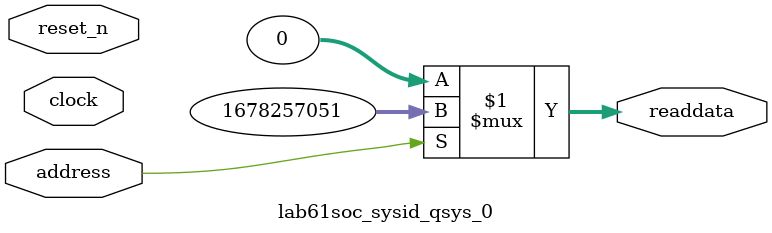
<source format=v>



// synthesis translate_off
`timescale 1ns / 1ps
// synthesis translate_on

// turn off superfluous verilog processor warnings 
// altera message_level Level1 
// altera message_off 10034 10035 10036 10037 10230 10240 10030 

module lab61soc_sysid_qsys_0 (
               // inputs:
                address,
                clock,
                reset_n,

               // outputs:
                readdata
             )
;

  output  [ 31: 0] readdata;
  input            address;
  input            clock;
  input            reset_n;

  wire    [ 31: 0] readdata;
  //control_slave, which is an e_avalon_slave
  assign readdata = address ? 1678257051 : 0;

endmodule



</source>
